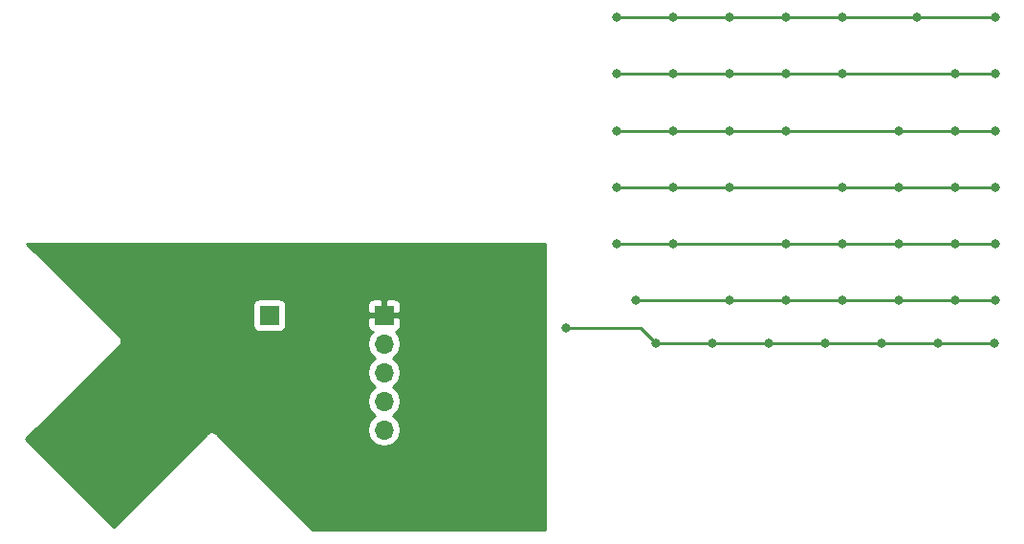
<source format=gbr>
G04 #@! TF.GenerationSoftware,KiCad,Pcbnew,(5.1.5-0-10_14)*
G04 #@! TF.CreationDate,2020-08-05T22:15:24-06:00*
G04 #@! TF.ProjectId,business_card_v4,62757369-6e65-4737-935f-636172645f76,rev?*
G04 #@! TF.SameCoordinates,Original*
G04 #@! TF.FileFunction,Copper,L16,Bot*
G04 #@! TF.FilePolarity,Positive*
%FSLAX46Y46*%
G04 Gerber Fmt 4.6, Leading zero omitted, Abs format (unit mm)*
G04 Created by KiCad (PCBNEW (5.1.5-0-10_14)) date 2020-08-05 22:15:24*
%MOMM*%
%LPD*%
G04 APERTURE LIST*
%ADD10R,1.700000X1.700000*%
%ADD11O,1.700000X1.700000*%
%ADD12C,1.200000*%
%ADD13C,0.800000*%
%ADD14C,0.250000*%
%ADD15C,0.254000*%
G04 APERTURE END LIST*
D10*
X126490000Y-110850000D03*
D11*
X136650000Y-121010000D03*
X136650000Y-118470000D03*
X136650000Y-115930000D03*
X136650000Y-113390000D03*
D10*
X136650000Y-110850000D03*
D12*
X112585500Y-117030500D03*
D13*
X142900000Y-119200000D03*
X146200000Y-122250000D03*
X130300000Y-110750000D03*
X132500000Y-110750000D03*
X143500000Y-109750000D03*
X128987000Y-116615000D03*
X160700000Y-113300000D03*
X152750000Y-112000000D03*
X165700000Y-113300000D03*
X170700000Y-113300000D03*
X175700000Y-113300000D03*
X180700000Y-113300000D03*
X185700000Y-113300000D03*
X190700000Y-113300000D03*
X183810000Y-84500000D03*
X167250000Y-84500000D03*
X172250000Y-84500000D03*
X177250000Y-84500000D03*
X157250000Y-84500000D03*
X162250000Y-84500000D03*
X190750000Y-84500000D03*
X190750000Y-109500000D03*
X187250000Y-109500000D03*
X182250000Y-109500000D03*
X177250000Y-109500000D03*
X172250000Y-109500000D03*
X167250000Y-109500000D03*
X158962500Y-109500000D03*
X190750000Y-104500000D03*
X157250000Y-104500000D03*
X162250000Y-104500000D03*
X187250000Y-104500000D03*
X182250000Y-104500000D03*
X177250000Y-104500000D03*
X172250000Y-104500000D03*
X190750000Y-99500000D03*
X157250000Y-99500000D03*
X162250000Y-99500000D03*
X167250000Y-99500000D03*
X187250000Y-99500000D03*
X182250000Y-99500000D03*
X177250000Y-99500000D03*
X187250000Y-94500000D03*
X190750000Y-94500000D03*
X157250000Y-94500000D03*
X162250000Y-94500000D03*
X167250000Y-94500000D03*
X172250000Y-94500000D03*
X182250000Y-94500000D03*
X187250000Y-89500000D03*
X190750000Y-89500000D03*
X157250000Y-89500000D03*
X162250000Y-89500000D03*
X167250000Y-89500000D03*
X172250000Y-89500000D03*
X177250000Y-89500000D03*
D14*
X159400000Y-112000000D02*
X160700000Y-113300000D01*
X152500000Y-112000000D02*
X159400000Y-112000000D01*
X160700000Y-113300000D02*
X190700000Y-113300000D01*
X157250000Y-84500000D02*
X162250000Y-84500000D01*
X162250000Y-84500000D02*
X167250000Y-84500000D01*
X167250000Y-84500000D02*
X172250000Y-84500000D01*
X172250000Y-84500000D02*
X177250000Y-84500000D01*
X177250000Y-84500000D02*
X190750000Y-84500000D01*
X158962500Y-109500000D02*
X190750000Y-109500000D01*
X157250000Y-104500000D02*
X162250000Y-104500000D01*
X162250000Y-104500000D02*
X190750000Y-104500000D01*
X157250000Y-99500000D02*
X167250000Y-99500000D01*
X167250000Y-99500000D02*
X190750000Y-99500000D01*
X157250000Y-94500000D02*
X172250000Y-94500000D01*
X172250000Y-94500000D02*
X190750000Y-94500000D01*
X157250000Y-89500000D02*
X162250000Y-89500000D01*
X162250000Y-89500000D02*
X177250000Y-89500000D01*
X177250000Y-89500000D02*
X190750000Y-89500000D01*
D15*
G36*
X150876565Y-129843600D02*
G01*
X130366721Y-129843600D01*
X121885543Y-121362423D01*
X121864876Y-121337240D01*
X121764378Y-121254763D01*
X121649720Y-121193478D01*
X121525311Y-121155739D01*
X121395928Y-121142996D01*
X121266545Y-121155739D01*
X121142135Y-121193478D01*
X121027478Y-121254763D01*
X120926980Y-121337240D01*
X120906316Y-121362419D01*
X112698513Y-129570220D01*
X104936526Y-121808234D01*
X113218641Y-113598274D01*
X113245948Y-113575663D01*
X113285067Y-113527569D01*
X113324760Y-113479631D01*
X113326147Y-113477064D01*
X113327984Y-113474805D01*
X113357012Y-113419921D01*
X113386546Y-113365243D01*
X113387404Y-113362457D01*
X113388767Y-113359881D01*
X113406530Y-113300390D01*
X113424830Y-113241000D01*
X113425129Y-113238098D01*
X113425962Y-113235307D01*
X113431778Y-113173484D01*
X113438139Y-113111674D01*
X113437866Y-113108772D01*
X113438139Y-113105870D01*
X113431778Y-113044060D01*
X113425962Y-112982237D01*
X113425129Y-112979446D01*
X113424830Y-112976544D01*
X113406525Y-112917138D01*
X113388767Y-112857663D01*
X113387405Y-112855088D01*
X113386546Y-112852300D01*
X113357000Y-112797600D01*
X113327984Y-112742738D01*
X113326147Y-112740479D01*
X113324760Y-112737912D01*
X113285132Y-112690054D01*
X113245948Y-112641880D01*
X113218630Y-112619260D01*
X110576350Y-110000000D01*
X125001928Y-110000000D01*
X125001928Y-111700000D01*
X125014188Y-111824482D01*
X125050498Y-111944180D01*
X125109463Y-112054494D01*
X125188815Y-112151185D01*
X125285506Y-112230537D01*
X125395820Y-112289502D01*
X125515518Y-112325812D01*
X125640000Y-112338072D01*
X127340000Y-112338072D01*
X127464482Y-112325812D01*
X127584180Y-112289502D01*
X127694494Y-112230537D01*
X127791185Y-112151185D01*
X127870537Y-112054494D01*
X127929502Y-111944180D01*
X127965812Y-111824482D01*
X127978072Y-111700000D01*
X135161928Y-111700000D01*
X135174188Y-111824482D01*
X135210498Y-111944180D01*
X135269463Y-112054494D01*
X135348815Y-112151185D01*
X135445506Y-112230537D01*
X135555820Y-112289502D01*
X135628380Y-112311513D01*
X135496525Y-112443368D01*
X135334010Y-112686589D01*
X135222068Y-112956842D01*
X135165000Y-113243740D01*
X135165000Y-113536260D01*
X135222068Y-113823158D01*
X135334010Y-114093411D01*
X135496525Y-114336632D01*
X135703368Y-114543475D01*
X135877760Y-114660000D01*
X135703368Y-114776525D01*
X135496525Y-114983368D01*
X135334010Y-115226589D01*
X135222068Y-115496842D01*
X135165000Y-115783740D01*
X135165000Y-116076260D01*
X135222068Y-116363158D01*
X135334010Y-116633411D01*
X135496525Y-116876632D01*
X135703368Y-117083475D01*
X135877760Y-117200000D01*
X135703368Y-117316525D01*
X135496525Y-117523368D01*
X135334010Y-117766589D01*
X135222068Y-118036842D01*
X135165000Y-118323740D01*
X135165000Y-118616260D01*
X135222068Y-118903158D01*
X135334010Y-119173411D01*
X135496525Y-119416632D01*
X135703368Y-119623475D01*
X135877760Y-119740000D01*
X135703368Y-119856525D01*
X135496525Y-120063368D01*
X135334010Y-120306589D01*
X135222068Y-120576842D01*
X135165000Y-120863740D01*
X135165000Y-121156260D01*
X135222068Y-121443158D01*
X135334010Y-121713411D01*
X135496525Y-121956632D01*
X135703368Y-122163475D01*
X135946589Y-122325990D01*
X136216842Y-122437932D01*
X136503740Y-122495000D01*
X136796260Y-122495000D01*
X137083158Y-122437932D01*
X137353411Y-122325990D01*
X137596632Y-122163475D01*
X137803475Y-121956632D01*
X137965990Y-121713411D01*
X138077932Y-121443158D01*
X138135000Y-121156260D01*
X138135000Y-120863740D01*
X138077932Y-120576842D01*
X137965990Y-120306589D01*
X137803475Y-120063368D01*
X137596632Y-119856525D01*
X137422240Y-119740000D01*
X137596632Y-119623475D01*
X137803475Y-119416632D01*
X137965990Y-119173411D01*
X138077932Y-118903158D01*
X138135000Y-118616260D01*
X138135000Y-118323740D01*
X138077932Y-118036842D01*
X137965990Y-117766589D01*
X137803475Y-117523368D01*
X137596632Y-117316525D01*
X137422240Y-117200000D01*
X137596632Y-117083475D01*
X137803475Y-116876632D01*
X137965990Y-116633411D01*
X138077932Y-116363158D01*
X138135000Y-116076260D01*
X138135000Y-115783740D01*
X138077932Y-115496842D01*
X137965990Y-115226589D01*
X137803475Y-114983368D01*
X137596632Y-114776525D01*
X137422240Y-114660000D01*
X137596632Y-114543475D01*
X137803475Y-114336632D01*
X137965990Y-114093411D01*
X138077932Y-113823158D01*
X138135000Y-113536260D01*
X138135000Y-113243740D01*
X138077932Y-112956842D01*
X137965990Y-112686589D01*
X137803475Y-112443368D01*
X137671620Y-112311513D01*
X137744180Y-112289502D01*
X137854494Y-112230537D01*
X137951185Y-112151185D01*
X138030537Y-112054494D01*
X138089502Y-111944180D01*
X138125812Y-111824482D01*
X138138072Y-111700000D01*
X138135000Y-111135750D01*
X137976250Y-110977000D01*
X136777000Y-110977000D01*
X136777000Y-110997000D01*
X136523000Y-110997000D01*
X136523000Y-110977000D01*
X135323750Y-110977000D01*
X135165000Y-111135750D01*
X135161928Y-111700000D01*
X127978072Y-111700000D01*
X127978072Y-110000000D01*
X135161928Y-110000000D01*
X135165000Y-110564250D01*
X135323750Y-110723000D01*
X136523000Y-110723000D01*
X136523000Y-109523750D01*
X136777000Y-109523750D01*
X136777000Y-110723000D01*
X137976250Y-110723000D01*
X138135000Y-110564250D01*
X138138072Y-110000000D01*
X138125812Y-109875518D01*
X138089502Y-109755820D01*
X138030537Y-109645506D01*
X137951185Y-109548815D01*
X137854494Y-109469463D01*
X137744180Y-109410498D01*
X137624482Y-109374188D01*
X137500000Y-109361928D01*
X136935750Y-109365000D01*
X136777000Y-109523750D01*
X136523000Y-109523750D01*
X136364250Y-109365000D01*
X135800000Y-109361928D01*
X135675518Y-109374188D01*
X135555820Y-109410498D01*
X135445506Y-109469463D01*
X135348815Y-109548815D01*
X135269463Y-109645506D01*
X135210498Y-109755820D01*
X135174188Y-109875518D01*
X135161928Y-110000000D01*
X127978072Y-110000000D01*
X127965812Y-109875518D01*
X127929502Y-109755820D01*
X127870537Y-109645506D01*
X127791185Y-109548815D01*
X127694494Y-109469463D01*
X127584180Y-109410498D01*
X127464482Y-109374188D01*
X127340000Y-109361928D01*
X125640000Y-109361928D01*
X125515518Y-109374188D01*
X125395820Y-109410498D01*
X125285506Y-109469463D01*
X125188815Y-109548815D01*
X125109463Y-109645506D01*
X125050498Y-109755820D01*
X125014188Y-109875518D01*
X125001928Y-110000000D01*
X110576350Y-110000000D01*
X105055248Y-104527000D01*
X150876565Y-104527000D01*
X150876565Y-129843600D01*
G37*
X150876565Y-129843600D02*
X130366721Y-129843600D01*
X121885543Y-121362423D01*
X121864876Y-121337240D01*
X121764378Y-121254763D01*
X121649720Y-121193478D01*
X121525311Y-121155739D01*
X121395928Y-121142996D01*
X121266545Y-121155739D01*
X121142135Y-121193478D01*
X121027478Y-121254763D01*
X120926980Y-121337240D01*
X120906316Y-121362419D01*
X112698513Y-129570220D01*
X104936526Y-121808234D01*
X113218641Y-113598274D01*
X113245948Y-113575663D01*
X113285067Y-113527569D01*
X113324760Y-113479631D01*
X113326147Y-113477064D01*
X113327984Y-113474805D01*
X113357012Y-113419921D01*
X113386546Y-113365243D01*
X113387404Y-113362457D01*
X113388767Y-113359881D01*
X113406530Y-113300390D01*
X113424830Y-113241000D01*
X113425129Y-113238098D01*
X113425962Y-113235307D01*
X113431778Y-113173484D01*
X113438139Y-113111674D01*
X113437866Y-113108772D01*
X113438139Y-113105870D01*
X113431778Y-113044060D01*
X113425962Y-112982237D01*
X113425129Y-112979446D01*
X113424830Y-112976544D01*
X113406525Y-112917138D01*
X113388767Y-112857663D01*
X113387405Y-112855088D01*
X113386546Y-112852300D01*
X113357000Y-112797600D01*
X113327984Y-112742738D01*
X113326147Y-112740479D01*
X113324760Y-112737912D01*
X113285132Y-112690054D01*
X113245948Y-112641880D01*
X113218630Y-112619260D01*
X110576350Y-110000000D01*
X125001928Y-110000000D01*
X125001928Y-111700000D01*
X125014188Y-111824482D01*
X125050498Y-111944180D01*
X125109463Y-112054494D01*
X125188815Y-112151185D01*
X125285506Y-112230537D01*
X125395820Y-112289502D01*
X125515518Y-112325812D01*
X125640000Y-112338072D01*
X127340000Y-112338072D01*
X127464482Y-112325812D01*
X127584180Y-112289502D01*
X127694494Y-112230537D01*
X127791185Y-112151185D01*
X127870537Y-112054494D01*
X127929502Y-111944180D01*
X127965812Y-111824482D01*
X127978072Y-111700000D01*
X135161928Y-111700000D01*
X135174188Y-111824482D01*
X135210498Y-111944180D01*
X135269463Y-112054494D01*
X135348815Y-112151185D01*
X135445506Y-112230537D01*
X135555820Y-112289502D01*
X135628380Y-112311513D01*
X135496525Y-112443368D01*
X135334010Y-112686589D01*
X135222068Y-112956842D01*
X135165000Y-113243740D01*
X135165000Y-113536260D01*
X135222068Y-113823158D01*
X135334010Y-114093411D01*
X135496525Y-114336632D01*
X135703368Y-114543475D01*
X135877760Y-114660000D01*
X135703368Y-114776525D01*
X135496525Y-114983368D01*
X135334010Y-115226589D01*
X135222068Y-115496842D01*
X135165000Y-115783740D01*
X135165000Y-116076260D01*
X135222068Y-116363158D01*
X135334010Y-116633411D01*
X135496525Y-116876632D01*
X135703368Y-117083475D01*
X135877760Y-117200000D01*
X135703368Y-117316525D01*
X135496525Y-117523368D01*
X135334010Y-117766589D01*
X135222068Y-118036842D01*
X135165000Y-118323740D01*
X135165000Y-118616260D01*
X135222068Y-118903158D01*
X135334010Y-119173411D01*
X135496525Y-119416632D01*
X135703368Y-119623475D01*
X135877760Y-119740000D01*
X135703368Y-119856525D01*
X135496525Y-120063368D01*
X135334010Y-120306589D01*
X135222068Y-120576842D01*
X135165000Y-120863740D01*
X135165000Y-121156260D01*
X135222068Y-121443158D01*
X135334010Y-121713411D01*
X135496525Y-121956632D01*
X135703368Y-122163475D01*
X135946589Y-122325990D01*
X136216842Y-122437932D01*
X136503740Y-122495000D01*
X136796260Y-122495000D01*
X137083158Y-122437932D01*
X137353411Y-122325990D01*
X137596632Y-122163475D01*
X137803475Y-121956632D01*
X137965990Y-121713411D01*
X138077932Y-121443158D01*
X138135000Y-121156260D01*
X138135000Y-120863740D01*
X138077932Y-120576842D01*
X137965990Y-120306589D01*
X137803475Y-120063368D01*
X137596632Y-119856525D01*
X137422240Y-119740000D01*
X137596632Y-119623475D01*
X137803475Y-119416632D01*
X137965990Y-119173411D01*
X138077932Y-118903158D01*
X138135000Y-118616260D01*
X138135000Y-118323740D01*
X138077932Y-118036842D01*
X137965990Y-117766589D01*
X137803475Y-117523368D01*
X137596632Y-117316525D01*
X137422240Y-117200000D01*
X137596632Y-117083475D01*
X137803475Y-116876632D01*
X137965990Y-116633411D01*
X138077932Y-116363158D01*
X138135000Y-116076260D01*
X138135000Y-115783740D01*
X138077932Y-115496842D01*
X137965990Y-115226589D01*
X137803475Y-114983368D01*
X137596632Y-114776525D01*
X137422240Y-114660000D01*
X137596632Y-114543475D01*
X137803475Y-114336632D01*
X137965990Y-114093411D01*
X138077932Y-113823158D01*
X138135000Y-113536260D01*
X138135000Y-113243740D01*
X138077932Y-112956842D01*
X137965990Y-112686589D01*
X137803475Y-112443368D01*
X137671620Y-112311513D01*
X137744180Y-112289502D01*
X137854494Y-112230537D01*
X137951185Y-112151185D01*
X138030537Y-112054494D01*
X138089502Y-111944180D01*
X138125812Y-111824482D01*
X138138072Y-111700000D01*
X138135000Y-111135750D01*
X137976250Y-110977000D01*
X136777000Y-110977000D01*
X136777000Y-110997000D01*
X136523000Y-110997000D01*
X136523000Y-110977000D01*
X135323750Y-110977000D01*
X135165000Y-111135750D01*
X135161928Y-111700000D01*
X127978072Y-111700000D01*
X127978072Y-110000000D01*
X135161928Y-110000000D01*
X135165000Y-110564250D01*
X135323750Y-110723000D01*
X136523000Y-110723000D01*
X136523000Y-109523750D01*
X136777000Y-109523750D01*
X136777000Y-110723000D01*
X137976250Y-110723000D01*
X138135000Y-110564250D01*
X138138072Y-110000000D01*
X138125812Y-109875518D01*
X138089502Y-109755820D01*
X138030537Y-109645506D01*
X137951185Y-109548815D01*
X137854494Y-109469463D01*
X137744180Y-109410498D01*
X137624482Y-109374188D01*
X137500000Y-109361928D01*
X136935750Y-109365000D01*
X136777000Y-109523750D01*
X136523000Y-109523750D01*
X136364250Y-109365000D01*
X135800000Y-109361928D01*
X135675518Y-109374188D01*
X135555820Y-109410498D01*
X135445506Y-109469463D01*
X135348815Y-109548815D01*
X135269463Y-109645506D01*
X135210498Y-109755820D01*
X135174188Y-109875518D01*
X135161928Y-110000000D01*
X127978072Y-110000000D01*
X127965812Y-109875518D01*
X127929502Y-109755820D01*
X127870537Y-109645506D01*
X127791185Y-109548815D01*
X127694494Y-109469463D01*
X127584180Y-109410498D01*
X127464482Y-109374188D01*
X127340000Y-109361928D01*
X125640000Y-109361928D01*
X125515518Y-109374188D01*
X125395820Y-109410498D01*
X125285506Y-109469463D01*
X125188815Y-109548815D01*
X125109463Y-109645506D01*
X125050498Y-109755820D01*
X125014188Y-109875518D01*
X125001928Y-110000000D01*
X110576350Y-110000000D01*
X105055248Y-104527000D01*
X150876565Y-104527000D01*
X150876565Y-129843600D01*
M02*

</source>
